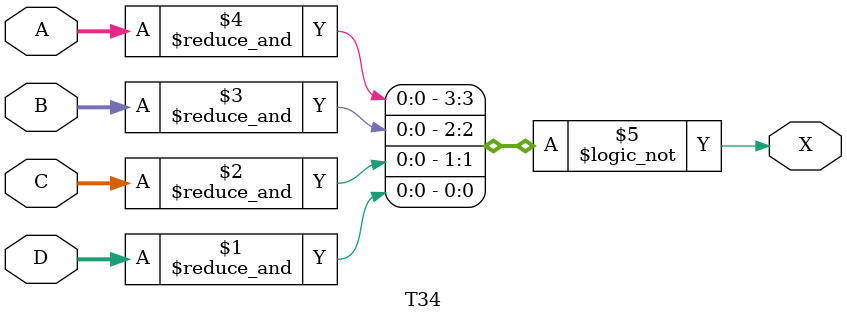
<source format=v>
module T34(	// file.cleaned.mlir:2:3
  input  [2:0] A,	// file.cleaned.mlir:2:21
               B,	// file.cleaned.mlir:2:33
               C,	// file.cleaned.mlir:2:45
               D,	// file.cleaned.mlir:2:57
  output       X	// file.cleaned.mlir:2:70
);

  assign X = {&A, &B, &C, &D} == 4'h0;	// file.cleaned.mlir:3:14, :5:10, :6:10, :7:10, :8:10, :9:10, :10:10, :11:5
endmodule


</source>
